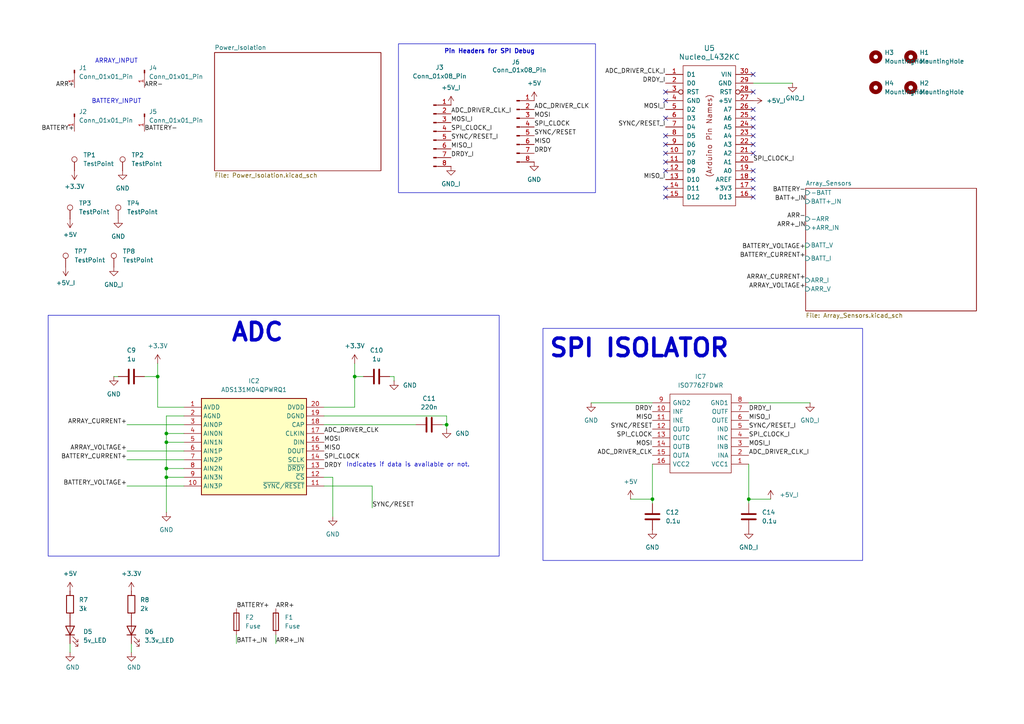
<source format=kicad_sch>
(kicad_sch (version 20231120) (generator "eeschema") (generator_version "8.0")
  (paper "A4")
  (lib_symbols
    (symbol "ADS131M04QPWRQ1:ADS131M04QPWRQ1"
      (property "Reference" "IC" (at 36.83 7.62 0))
      (property "Value" "ADS131M04QPWRQ1" (at 36.83 5.08 0))
      (symbol "ADS131M04QPWRQ1_1_1"
        (rectangle (start 5.08 2.54) (end 35.56 -25.4) (stroke (width 0.254)) (fill (type background)))
        (pin passive line (at 0 0 0) (length 5.08) (name "AVDD") (number "1"))
        (pin passive line (at 0 -22.86 0) (length 5.08) (name "AIN3P") (number "10"))
        (pin passive line (at 40.64 -22.86 180) (length 5.08) (name "~{SYNC}/~{RESET}") (number "11"))
        (pin passive line (at 40.64 -20.32 180) (length 5.08) (name "~{CS}") (number "12"))
        (pin passive line (at 40.64 -17.78 180) (length 5.08) (name "~{DRDY}") (number "13"))
        (pin passive line (at 40.64 -15.24 180) (length 5.08) (name "SCLK") (number "14"))
        (pin passive line (at 40.64 -12.7 180) (length 5.08) (name "DOUT") (number "15"))
        (pin passive line (at 40.64 -10.16 180) (length 5.08) (name "DIN") (number "16"))
        (pin passive line (at 40.64 -7.62 180) (length 5.08) (name "CLKIN") (number "17"))
        (pin passive line (at 40.64 -5.08 180) (length 5.08) (name "CAP") (number "18"))
        (pin passive line (at 40.64 -2.54 180) (length 5.08) (name "DGND") (number "19"))
        (pin passive line (at 0 -2.54 0) (length 5.08) (name "AGND") (number "2"))
        (pin passive line (at 40.64 0 180) (length 5.08) (name "DVDD") (number "20"))
        (pin passive line (at 0 -5.08 0) (length 5.08) (name "AIN0P") (number "3"))
        (pin passive line (at 0 -7.62 0) (length 5.08) (name "AIN0N") (number "4"))
        (pin passive line (at 0 -10.16 0) (length 5.08) (name "AIN1N") (number "5"))
        (pin passive line (at 0 -12.7 0) (length 5.08) (name "AIN1P") (number "6"))
        (pin passive line (at 0 -15.24 0) (length 5.08) (name "AIN2P") (number "7"))
        (pin passive line (at 0 -17.78 0) (length 5.08) (name "AIN2N") (number "8"))
        (pin passive line (at 0 -20.32 0) (length 5.08) (name "AIN3N") (number "9"))
      )
    )
    (symbol "Connector:Conn_01x01_Pin" (pin_names (offset 1.016) hide)
      (property "Reference" "J" (at 0 2.54 0))
      (property "Value" "Conn_01x01_Pin" (at 0 -2.54 0))
      (symbol "Conn_01x01_Pin_1_1"
        (polyline (pts (xy 1.27 0) (xy 0.8636 0)) (stroke (width 0.1524)))
        (rectangle (start 0.8636 0.127) (end 0 -0.127) (stroke (width 0.1524)) (fill (type outline)))
        (pin passive line (at 5.08 0 180) (length 3.81) (name "Pin_1") (number "1"))
      )
    )
    (symbol "Connector:Conn_01x08_Pin" (pin_names (offset 1.016) hide)
      (property "Reference" "J" (at 0 10.16 0))
      (property "Value" "Conn_01x08_Pin" (at 0 -12.7 0))
      (symbol "Conn_01x08_Pin_1_1"
        (polyline (pts (xy 1.27 -10.16) (xy 0.8636 -10.16)) (stroke (width 0.1524)))
        (polyline (pts (xy 1.27 -7.62) (xy 0.8636 -7.62)) (stroke (width 0.1524)))
        (polyline (pts (xy 1.27 -5.08) (xy 0.8636 -5.08)) (stroke (width 0.1524)))
        (polyline (pts (xy 1.27 -2.54) (xy 0.8636 -2.54)) (stroke (width 0.1524)))
        (polyline (pts (xy 1.27 0) (xy 0.8636 0)) (stroke (width 0.1524)))
        (polyline (pts (xy 1.27 2.54) (xy 0.8636 2.54)) (stroke (width 0.1524)))
        (polyline (pts (xy 1.27 5.08) (xy 0.8636 5.08)) (stroke (width 0.1524)))
        (polyline (pts (xy 1.27 7.62) (xy 0.8636 7.62)) (stroke (width 0.1524)))
        (rectangle (start 0.8636 -10.033) (end 0 -10.287) (stroke (width 0.1524)) (fill (type outline)))
        (rectangle (start 0.8636 -7.493) (end 0 -7.747) (stroke (width 0.1524)) (fill (type outline)))
        (rectangle (start 0.8636 -4.953) (end 0 -5.207) (stroke (width 0.1524)) (fill (type outline)))
        (rectangle (start 0.8636 -2.413) (end 0 -2.667) (stroke (width 0.1524)) (fill (type outline)))
        (rectangle (start 0.8636 0.127) (end 0 -0.127) (stroke (width 0.1524)) (fill (type outline)))
        (rectangle (start 0.8636 2.667) (end 0 2.413) (stroke (width 0.1524)) (fill (type outline)))
        (rectangle (start 0.8636 5.207) (end 0 4.953) (stroke (width 0.1524)) (fill (type outline)))
        (rectangle (start 0.8636 7.747) (end 0 7.493) (stroke (width 0.1524)) (fill (type outline)))
        (pin passive line (at 5.08 7.62 180) (length 3.81) (name "Pin_1") (number "1"))
        (pin passive line (at 5.08 5.08 180) (length 3.81) (name "Pin_2") (number "2"))
        (pin passive line (at 5.08 2.54 180) (length 3.81) (name "Pin_3") (number "3"))
        (pin passive line (at 5.08 0 180) (length 3.81) (name "Pin_4") (number "4"))
        (pin passive line (at 5.08 -2.54 180) (length 3.81) (name "Pin_5") (number "5"))
        (pin passive line (at 5.08 -5.08 180) (length 3.81) (name "Pin_6") (number "6"))
        (pin passive line (at 5.08 -7.62 180) (length 3.81) (name "Pin_7") (number "7"))
        (pin passive line (at 5.08 -10.16 180) (length 3.81) (name "Pin_8") (number "8"))
      )
    )
    (symbol "Connector:TestPoint" (pin_numbers hide) (pin_names (offset 0.762) hide)
      (property "Reference" "TP" (at 0 6.858 0))
      (property "Value" "TestPoint" (at 0 5.08 0))
      (symbol "TestPoint_0_1"
        (circle (center 0 3.302) (radius 0.762))
      )
      (symbol "TestPoint_1_1"
        (pin passive line (at 0 0 90) (length 2.54) (name "1") (number "1"))
      )
    )
    (symbol "Device:C" (pin_numbers hide) (pin_names (offset 0.254))
      (property "Reference" "C" (at 0.635 2.54 0))
      (property "Value" "C" (at 0.635 -2.54 0))
      (symbol "C_0_1"
        (polyline (pts (xy -2.032 -0.762) (xy 2.032 -0.762)) (stroke (width 0.508)))
        (polyline (pts (xy -2.032 0.762) (xy 2.032 0.762)) (stroke (width 0.508)))
      )
      (symbol "C_1_1"
        (pin passive line (at 0 3.81 270) (length 2.794) (name "~") (number "1"))
        (pin passive line (at 0 -3.81 90) (length 2.794) (name "~") (number "2"))
      )
    )
    (symbol "Device:Fuse" (pin_numbers hide) (pin_names (offset 0))
      (property "Reference" "F" (at 2.032 0 90))
      (property "Value" "Fuse" (at -1.905 0 90))
      (symbol "Fuse_0_1"
        (rectangle (start -0.762 -2.54) (end 0.762 2.54) (stroke (width 0.254)))
        (polyline (pts (xy 0 2.54) (xy 0 -2.54)))
      )
      (symbol "Fuse_1_1"
        (pin passive line (at 0 3.81 270) (length 1.27) (name "~") (number "1"))
        (pin passive line (at 0 -3.81 90) (length 1.27) (name "~") (number "2"))
      )
    )
    (symbol "Device:LED" (pin_numbers hide) (pin_names (offset 1.016) hide)
      (property "Reference" "D" (at 0 2.54 0))
      (property "Value" "LED" (at 0 -2.54 0))
      (symbol "LED_0_1"
        (polyline (pts (xy -1.27 -1.27) (xy -1.27 1.27)) (stroke (width 0.254)))
        (polyline (pts (xy -1.27 0) (xy 1.27 0)))
        (polyline (pts (xy 1.27 -1.27) (xy 1.27 1.27) (xy -1.27 0) (xy 1.27 -1.27)) (stroke (width 0.254)))
        (polyline (pts (xy -3.048 -0.762) (xy -4.572 -2.286) (xy -3.81 -2.286) (xy -4.572 -2.286) (xy -4.572 -1.524)))
        (polyline (pts (xy -1.778 -0.762) (xy -3.302 -2.286) (xy -2.54 -2.286) (xy -3.302 -2.286) (xy -3.302 -1.524)))
      )
      (symbol "LED_1_1"
        (pin passive line (at -3.81 0 0) (length 2.54) (name "K") (number "1"))
        (pin passive line (at 3.81 0 180) (length 2.54) (name "A") (number "2"))
      )
    )
    (symbol "Device:R" (pin_numbers hide) (pin_names (offset 0))
      (property "Reference" "R" (at 2.032 0 90))
      (property "Value" "R" (at 0 0 90))
      (symbol "R_0_1"
        (rectangle (start -1.016 -2.54) (end 1.016 2.54) (stroke (width 0.254)))
      )
      (symbol "R_1_1"
        (pin passive line (at 0 3.81 270) (length 1.27) (name "~") (number "1"))
        (pin passive line (at 0 -3.81 90) (length 1.27) (name "~") (number "2"))
      )
    )
    (symbol "ISO7762FDWR:ISO7762FDWR" (pin_names (offset 0.762))
      (property "Reference" "IC" (at 24.13 7.62 0))
      (property "Value" "ISO7762FDWR" (at 24.13 5.08 0))
      (symbol "ISO7762FDWR_0_0"
        (pin passive line (at 0 0 0) (length 5.08) (name "VCC1") (number "1"))
        (pin passive line (at 27.94 -15.24 180) (length 5.08) (name "INF") (number "10"))
        (pin passive line (at 27.94 -12.7 180) (length 5.08) (name "INE") (number "11"))
        (pin passive line (at 27.94 -10.16 180) (length 5.08) (name "OUTD") (number "12"))
        (pin passive line (at 27.94 -7.62 180) (length 5.08) (name "OUTC") (number "13"))
        (pin passive line (at 27.94 -5.08 180) (length 5.08) (name "OUTB") (number "14"))
        (pin passive line (at 27.94 -2.54 180) (length 5.08) (name "OUTA") (number "15"))
        (pin passive line (at 27.94 0 180) (length 5.08) (name "VCC2") (number "16"))
        (pin passive line (at 0 -2.54 0) (length 5.08) (name "INA") (number "2"))
        (pin passive line (at 0 -5.08 0) (length 5.08) (name "INB") (number "3"))
        (pin passive line (at 0 -7.62 0) (length 5.08) (name "INC") (number "4"))
        (pin passive line (at 0 -10.16 0) (length 5.08) (name "IND") (number "5"))
        (pin passive line (at 0 -12.7 0) (length 5.08) (name "OUTE") (number "6"))
        (pin passive line (at 0 -15.24 0) (length 5.08) (name "OUTF") (number "7"))
        (pin passive line (at 0 -17.78 0) (length 5.08) (name "GND1") (number "8"))
        (pin passive line (at 27.94 -17.78 180) (length 5.08) (name "GND2") (number "9"))
      )
      (symbol "ISO7762FDWR_0_1"
        (polyline (pts (xy 5.08 2.54) (xy 22.86 2.54) (xy 22.86 -20.32) (xy 5.08 -20.32) (xy 5.08 2.54)) (stroke (width 0.1524)))
      )
    )
    (symbol "Mechanical:MountingHole" (pin_names (offset 1.016)) (exclude_from_sim yes) (in_bom no)
      (property "Reference" "H" (at 0 5.08 0))
      (property "Value" "MountingHole" (at 0 3.175 0))
      (symbol "MountingHole_0_1"
        (circle (center 0 0) (radius 1.27) (stroke (width 1.27)))
      )
    )
    (symbol "power:+3.3V" (power) (pin_numbers hide) (pin_names (offset 0) hide)
      (property "Value" "+3.3V" (at 0 3.556 0))
      (symbol "+3.3V_0_1"
        (polyline (pts (xy -0.762 1.27) (xy 0 2.54)))
        (polyline (pts (xy 0 0) (xy 0 2.54)))
        (polyline (pts (xy 0 2.54) (xy 0.762 1.27)))
      )
      (symbol "+3.3V_1_1"
        (pin power_in line (at 0 0 90) (length 0) (name "~") (number "1"))
      )
    )
    (symbol "power:+5V" (power) (pin_numbers hide) (pin_names (offset 0) hide)
      (property "Value" "+5V" (at 0 3.556 0))
      (symbol "+5V_0_1"
        (polyline (pts (xy -0.762 1.27) (xy 0 2.54)))
        (polyline (pts (xy 0 0) (xy 0 2.54)))
        (polyline (pts (xy 0 2.54) (xy 0.762 1.27)))
      )
      (symbol "+5V_1_1"
        (pin power_in line (at 0 0 90) (length 0) (name "~") (number "1"))
      )
    )
    (symbol "power:GND" (power) (pin_numbers hide) (pin_names (offset 0) hide)
      (property "Value" "GND" (at 0 -3.81 0))
      (symbol "GND_0_1"
        (polyline (pts (xy 0 0) (xy 0 -1.27) (xy 1.27 -1.27) (xy 0 -2.54) (xy -1.27 -1.27) (xy 0 -1.27)))
      )
      (symbol "GND_1_1"
        (pin power_in line (at 0 0 270) (length 0) (name "~") (number "1"))
      )
    )
    (symbol "power:GND1" (power) (pin_numbers hide) (pin_names (offset 0) hide)
      (property "Value" "GND1" (at 0 -3.81 0))
      (symbol "GND1_0_1"
        (polyline (pts (xy 0 0) (xy 0 -1.27) (xy 1.27 -1.27) (xy 0 -2.54) (xy -1.27 -1.27) (xy 0 -1.27)))
      )
      (symbol "GND1_1_1"
        (pin power_in line (at 0 0 270) (length 0) (name "~") (number "1"))
      )
    )
    (symbol "utsvt-microcontrollers:Nucleo_L432KC" (pin_names (offset 1.016))
      (property "Reference" "U" (at 0 -21.59 0))
      (property "Value" "Nucleo_L432KC" (at 0 21.59 0))
      (symbol "Nucleo_L432KC_0_0"
        (rectangle (start -7.62 20.32) (end 7.62 -20.32))
      )
      (symbol "Nucleo_L432KC_0_1"
        (text "(Arduino Pin Names)" (at 0 0 900) (effects (font (size 1.524 1.524))))
      )
      (symbol "Nucleo_L432KC_0_2"
        (text "(Nucleo Pin Names)" (at 0 0 900) (effects (font (size 1.524 1.524))))
      )
      (symbol "Nucleo_L432KC_1_1"
        (pin bidirectional line (at -12.7 17.78 0) (length 5.08) (name "D1") (number "1"))
        (pin bidirectional line (at -12.7 -5.08 0) (length 5.08) (name "D7") (number "10"))
        (pin bidirectional line (at -12.7 -7.62 0) (length 5.08) (name "D8") (number "11"))
        (pin bidirectional line (at -12.7 -10.16 0) (length 5.08) (name "D9") (number "12"))
        (pin bidirectional line (at -12.7 -12.7 0) (length 5.08) (name "D10") (number "13"))
        (pin bidirectional line (at -12.7 -15.24 0) (length 5.08) (name "D11") (number "14"))
        (pin bidirectional line (at -12.7 -17.78 0) (length 5.08) (name "D12") (number "15"))
        (pin bidirectional line (at 12.7 -17.78 180) (length 5.08) (name "D13") (number "16"))
        (pin power_out line (at 12.7 -15.24 180) (length 5.08) (name "+3V3") (number "17"))
        (pin input line (at 12.7 -12.7 180) (length 5.08) (name "AREF") (number "18"))
        (pin bidirectional line (at 12.7 -10.16 180) (length 5.08) (name "A0") (number "19"))
        (pin bidirectional line (at -12.7 15.24 0) (length 5.08) (name "D0") (number "2"))
        (pin bidirectional line (at 12.7 -7.62 180) (length 5.08) (name "A1") (number "20"))
        (pin bidirectional line (at 12.7 -5.08 180) (length 5.08) (name "A2") (number "21"))
        (pin bidirectional line (at 12.7 -2.54 180) (length 5.08) (name "A3") (number "22"))
        (pin bidirectional line (at 12.7 0 180) (length 5.08) (name "A4") (number "23"))
        (pin bidirectional line (at 12.7 2.54 180) (length 5.08) (name "A5") (number "24"))
        (pin bidirectional line (at 12.7 5.08 180) (length 5.08) (name "A6") (number "25"))
        (pin bidirectional line (at 12.7 7.62 180) (length 5.08) (name "A7") (number "26"))
        (pin power_out line (at 12.7 10.16 180) (length 5.08) (name "+5V") (number "27"))
        (pin input inverted (at 12.7 12.7 180) (length 5.08) (name "RST") (number "28"))
        (pin power_in line (at 12.7 15.24 180) (length 5.08) (name "GND") (number "29"))
        (pin input inverted (at -12.7 12.7 0) (length 5.08) (name "RST") (number "3"))
        (pin power_in line (at 12.7 17.78 180) (length 5.08) (name "VIN") (number "30"))
        (pin power_in line (at -12.7 10.16 0) (length 5.08) (name "GND") (number "4"))
        (pin bidirectional line (at -12.7 7.62 0) (length 5.08) (name "D2") (number "5"))
        (pin bidirectional line (at -12.7 5.08 0) (length 5.08) (name "D3") (number "6"))
        (pin bidirectional line (at -12.7 2.54 0) (length 5.08) (name "D4") (number "7"))
        (pin bidirectional line (at -12.7 0 0) (length 5.08) (name "D5") (number "8"))
        (pin bidirectional line (at -12.7 -2.54 0) (length 5.08) (name "D6") (number "9"))
      )
      (symbol "Nucleo_L432KC_1_2"
        (pin bidirectional line (at -12.7 17.78 0) (length 5.08) (name "PA9") (number "1"))
        (pin bidirectional line (at -12.7 -5.08 0) (length 5.08) (name "PC14") (number "10"))
        (pin bidirectional line (at -12.7 -7.62 0) (length 5.08) (name "PC15") (number "11"))
        (pin bidirectional line (at -12.7 -10.16 0) (length 5.08) (name "PA8") (number "12"))
        (pin bidirectional line (at -12.7 -12.7 0) (length 5.08) (name "PA11") (number "13"))
        (pin bidirectional line (at -12.7 -15.24 0) (length 5.08) (name "PB5") (number "14"))
        (pin bidirectional line (at -12.7 -17.78 0) (length 5.08) (name "PB4") (number "15"))
        (pin bidirectional line (at 12.7 -17.78 180) (length 5.08) (name "PB3") (number "16"))
        (pin power_out line (at 12.7 -15.24 180) (length 5.08) (name "+3V3") (number "17"))
        (pin input line (at 12.7 -12.7 180) (length 5.08) (name "AREF") (number "18"))
        (pin bidirectional line (at 12.7 -10.16 180) (length 5.08) (name "PA0") (number "19"))
        (pin bidirectional line (at -12.7 15.24 0) (length 5.08) (name "PA10") (number "2"))
        (pin bidirectional line (at 12.7 -7.62 180) (length 5.08) (name "PA1") (number "20"))
        (pin bidirectional line (at 12.7 -5.08 180) (length 5.08) (name "PA3") (number "21"))
        (pin bidirectional line (at 12.7 -2.54 180) (length 5.08) (name "PA4") (number "22"))
        (pin bidirectional line (at 12.7 0 180) (length 5.08) (name "PA5") (number "23"))
        (pin bidirectional line (at 12.7 2.54 180) (length 5.08) (name "PA6") (number "24"))
        (pin bidirectional line (at 12.7 5.08 180) (length 5.08) (name "PA7") (number "25"))
        (pin bidirectional line (at 12.7 7.62 180) (length 5.08) (name "PA2") (number "26"))
        (pin power_out line (at 12.7 10.16 180) (length 5.08) (name "+5V") (number "27"))
        (pin input inverted (at 12.7 12.7 180) (length 5.08) (name "RST") (number "28"))
        (pin power_in line (at 12.7 15.24 180) (length 5.08) (name "GND") (number "29"))
        (pin input inverted (at -12.7 12.7 0) (length 5.08) (name "RST") (number "3"))
        (pin power_in line (at 12.7 17.78 180) (length 5.08) (name "VIN") (number "30"))
        (pin power_in line (at -12.7 10.16 0) (length 5.08) (name "GND") (number "4"))
        (pin bidirectional line (at -12.7 7.62 0) (length 5.08) (name "PA12") (number "5"))
        (pin bidirectional line (at -12.7 5.08 0) (length 5.08) (name "PB0") (number "6"))
        (pin bidirectional line (at -12.7 2.54 0) (length 5.08) (name "PB7") (number "7"))
        (pin bidirectional line (at -12.7 0 0) (length 5.08) (name "PB6") (number "8"))
        (pin bidirectional line (at -12.7 -2.54 0) (length 5.08) (name "PB1") (number "9"))
      )
    )
  )
  (junction (at 48.26 128.27))
  (junction (at 48.26 135.89))
  (junction (at 217.17 144.78))
  (junction (at 129.54 123.19))
  (junction (at 48.26 138.43))
  (junction (at 48.26 125.73))
  (junction (at 45.72 109.22))
  (junction (at 102.87 109.22))
  (junction (at 189.23 144.78))
  (no_connect (at 193.04 46.99))
  (no_connect (at 193.04 26.67))
  (no_connect (at 193.04 39.37))
  (no_connect (at 218.44 21.59))
  (no_connect (at 218.44 49.53))
  (no_connect (at 218.44 31.75))
  (no_connect (at 193.04 29.21))
  (no_connect (at 193.04 44.45))
  (no_connect (at 218.44 57.15))
  (no_connect (at 218.44 26.67))
  (no_connect (at 193.04 41.91))
  (no_connect (at 193.04 54.61))
  (no_connect (at 218.44 54.61))
  (no_connect (at 218.44 44.45))
  (no_connect (at 218.44 36.83))
  (no_connect (at 218.44 41.91))
  (no_connect (at 193.04 34.29))
  (no_connect (at 218.44 39.37))
  (no_connect (at 193.04 57.15))
  (no_connect (at 218.44 34.29))
  (no_connect (at 193.04 49.53))
  (no_connect (at 218.44 52.07))
  (wire (pts (xy 45.72 109.22) (xy 45.72 118.11)))
  (wire (pts (xy 96.52 138.43) (xy 96.52 149.86)))
  (wire (pts (xy 53.34 120.65) (xy 48.26 120.65)))
  (wire (pts (xy 48.26 135.89) (xy 48.26 138.43)))
  (wire (pts (xy 189.23 134.62) (xy 189.23 144.78)))
  (wire (pts (xy 189.23 144.78) (xy 182.88 144.78)))
  (wire (pts (xy 68.58 186.69) (xy 68.58 184.15)))
  (wire (pts (xy 217.17 144.78) (xy 223.52 144.78)))
  (wire (pts (xy 233.68 71.12) (xy 233.68 72.39)))
  (wire (pts (xy 48.26 128.27) (xy 53.34 128.27)))
  (wire (pts (xy 93.98 120.65) (xy 129.54 120.65)))
  (wire (pts (xy 48.26 138.43) (xy 48.26 148.59)))
  (wire (pts (xy 217.17 144.78) (xy 217.17 146.05)))
  (wire (pts (xy 189.23 144.78) (xy 189.23 146.05)))
  (wire (pts (xy 218.44 24.13) (xy 229.87 24.13)))
  (wire (pts (xy 128.27 123.19) (xy 129.54 123.19)))
  (wire (pts (xy 53.34 125.73) (xy 48.26 125.73)))
  (wire (pts (xy 217.17 134.62) (xy 217.17 144.78)))
  (wire (pts (xy 171.45 116.84) (xy 189.23 116.84)))
  (wire (pts (xy 93.98 140.97) (xy 107.95 140.97)))
  (wire (pts (xy 38.1 186.69) (xy 38.1 189.23)))
  (wire (pts (xy 20.32 186.69) (xy 20.32 189.23)))
  (wire (pts (xy 105.41 109.22) (xy 102.87 109.22)))
  (wire (pts (xy 93.98 123.19) (xy 120.65 123.19)))
  (wire (pts (xy 48.26 135.89) (xy 53.34 135.89)))
  (wire (pts (xy 107.95 140.97) (xy 107.95 147.32)))
  (wire (pts (xy 114.3 109.22) (xy 114.3 110.49)))
  (wire (pts (xy 113.03 109.22) (xy 114.3 109.22)))
  (wire (pts (xy 36.83 123.19) (xy 53.34 123.19)))
  (wire (pts (xy 93.98 138.43) (xy 96.52 138.43)))
  (wire (pts (xy 48.26 120.65) (xy 48.26 125.73)))
  (wire (pts (xy 93.98 118.11) (xy 102.87 118.11)))
  (wire (pts (xy 41.91 109.22) (xy 45.72 109.22)))
  (wire (pts (xy 48.26 138.43) (xy 53.34 138.43)))
  (wire (pts (xy 217.17 116.84) (xy 234.95 116.84)))
  (wire (pts (xy 129.54 120.65) (xy 129.54 123.19)))
  (wire (pts (xy 36.83 140.97) (xy 53.34 140.97)))
  (wire (pts (xy 33.02 109.22) (xy 34.29 109.22)))
  (wire (pts (xy 36.83 133.35) (xy 53.34 133.35)))
  (wire (pts (xy 48.26 128.27) (xy 48.26 135.89)))
  (wire (pts (xy 53.34 118.11) (xy 45.72 118.11)))
  (wire (pts (xy 48.26 125.73) (xy 48.26 128.27)))
  (wire (pts (xy 80.01 186.69) (xy 80.01 184.15)))
  (wire (pts (xy 129.54 123.19) (xy 129.54 124.46)))
  (wire (pts (xy 102.87 109.22) (xy 102.87 118.11)))
  (wire (pts (xy 36.83 130.81) (xy 53.34 130.81)))
  (wire (pts (xy 45.72 105.41) (xy 45.72 109.22)))
  (wire (pts (xy 102.87 105.41) (xy 102.87 109.22)))
  (rectangle (start 157.48 95.25) (end 250.19 162.56))
  (rectangle (start 115.57 12.7) (end 172.72 55.88))
  (rectangle (start 13.97 91.44) (end 144.78 161.29))
  (text "SPI ISOLATOR" (at 185.42 101.092 0) (effects (font (size 5.08 5.08) (thickness 1.016) (bold yes))))
  (text "Indicates if data is available or not." (at 118.364 134.874 0) (effects (font (size 1.27 1.27))))
  (text "Pin Headers for SPI Debug\n" (at 141.986 14.986 0) (effects (font (size 1.27 1.27) (thickness 0.254) (bold yes))))
  (text "ARRAY_INPUT\n" (at 33.782 17.78 0) (effects (font (size 1.27 1.27))))
  (text "ADC" (at 74.676 96.52 0) (effects (font (size 5.08 5.08) (thickness 1.016) (bold yes))))
  (text "BATTERY_INPUT\n\n" (at 33.782 30.48 0) (effects (font (size 1.27 1.27))))
  (label "ARR-" (at 41.91 25.4 0))
  (label "SYNC{slash}RESET_I" (at 130.81 40.64 0))
  (label "MOSI_I" (at 193.04 31.75 180))
  (label "SYNC{slash}RESET_I" (at 217.17 124.46 0))
  (label "ARR+_IN" (at 80.01 186.69 0))
  (label "ARR+" (at 80.01 176.53 0))
  (label "SYNC{slash}RESET" (at 189.23 124.46 180))
  (label "BATTERY+" (at 21.59 38.1 180))
  (label "ARRAY_CURRENT+" (at 36.83 123.19 180))
  (label "ADC_DRIVER_CLK_I" (at 217.17 132.08 0))
  (label "BATTERY+" (at 68.58 176.53 0))
  (label "MOSI_I" (at 130.81 35.56 0))
  (label "SPI_CLOCK_I" (at 217.17 127 0))
  (label "MOSI" (at 93.98 128.27 0))
  (label "MOSI_I" (at 217.17 129.54 0))
  (label "MISO_I" (at 217.17 121.92 0))
  (label "ADC_DRIVER_CLK_I" (at 130.81 33.02 0))
  (label "ARR+" (at 21.59 25.4 180))
  (label "SYNC{slash}RESET_I" (at 193.04 36.83 180))
  (label "SPI_CLOCK_I" (at 130.81 38.1 0))
  (label "DRDY_I" (at 193.04 24.13 180))
  (label "MISO" (at 189.23 121.92 180))
  (label "ARRAY_VOLTAGE+" (at 36.83 130.81 180))
  (label "ARR-" (at 233.68 63.5 180))
  (label "SPI_CLOCK" (at 189.23 127 180))
  (label "MOSI" (at 189.23 129.54 180))
  (label "BATTERY_CURRENT+" (at 233.68 74.93 180))
  (label "MISO_I" (at 193.04 52.07 180))
  (label "BATTERY_VOLTAGE+" (at 36.83 140.97 180))
  (label "BATTERY-" (at 41.91 38.1 0))
  (label "SPI_CLOCK_I" (at 218.44 46.99 0))
  (label "MISO" (at 154.94 41.91 0))
  (label "DRDY" (at 154.94 44.45 0))
  (label "SYNC{slash}RESET" (at 154.94 39.37 0))
  (label "BATTERY-" (at 233.68 55.88 180))
  (label "ADC_DRIVER_CLK" (at 154.94 31.75 0))
  (label "MISO_I" (at 130.81 43.18 0))
  (label "BATT+_IN" (at 68.58 186.69 0))
  (label "ADC_DRIVER_CLK" (at 93.98 125.73 0))
  (label "BATT+_IN" (at 233.68 58.42 180))
  (label "SPI_CLOCK" (at 93.98 133.35 0))
  (label "BATTERY_CURRENT+" (at 36.83 133.35 180))
  (label "SYNC{slash}RESET" (at 107.95 147.32 0))
  (label "DRDY" (at 93.98 135.89 0))
  (label "ARRAY_CURRENT+" (at 233.68 81.28 180))
  (label "ADC_DRIVER_CLK_I" (at 193.04 21.59 180))
  (label "SPI_CLOCK" (at 154.94 36.83 0))
  (label "BATTERY_VOLTAGE+" (at 233.68 72.39 180))
  (label "MOSI" (at 154.94 34.29 0))
  (label "ARR+_IN" (at 233.68 66.04 180))
  (label "MISO" (at 93.98 130.81 0))
  (label "DRDY_I" (at 130.81 45.72 0))
  (label "ARRAY_VOLTAGE+" (at 233.68 83.82 180))
  (label "DRDY" (at 189.23 119.38 180))
  (label "ADC_DRIVER_CLK" (at 189.23 132.08 180))
  (label "DRDY_I" (at 217.17 119.38 0))
  (symbol (lib_id "power:GND") (at 189.23 153.67 0) (unit 1)
    (property "Reference" "#PWR036" (effects (hide yes)))
    (property "Value" "GND" (at 189.23 158.75 0))
    (property "Description" "Power symbol creates a global label with name \"GND\" , ground" (effects (hide yes)))
  )
  (symbol (lib_id "power:GND") (at 217.17 153.67 0) (unit 1)
    (property "Reference" "#PWR039" (effects (hide yes)))
    (property "Value" "GND_I" (at 217.17 158.75 0))
    (property "Description" "Power symbol creates a global label with name \"GND\" , ground" (effects (hide yes)))
  )
  (symbol (lib_id "Device:LED") (at 38.1 182.88 90) (unit 1)
    (property "Reference" "D6" (at 41.91 183.1974 90) (effects (justify right)))
    (property "Value" "3.3v_LED" (at 41.91 185.7374 90) (effects (justify right)))
    (property "Footprint" "LED_SMD:LED_0805_2012Metric" (effects (hide yes)))
    (property "Description" "Light emitting diode" (effects (hide yes)))
  )
  (symbol (lib_id "Connector:TestPoint") (at 19.05 77.47 0) (unit 1)
    (property "Reference" "TP7" (at 21.59 72.8979 0) (effects (justify left)))
    (property "Value" "TestPoint" (at 21.59 75.4379 0) (effects (justify left)))
    (property "Footprint" "UTSVT_Special:TestPoint_HEX_3mmID" (effects (hide yes)))
    (property "Description" "test point" (effects (hide yes)))
  )
  (symbol (lib_id "power:+3.3V") (at 21.59 49.53 180) (unit 1)
    (property "Reference" "#PWR015" (effects (hide yes)))
    (property "Value" "+3.3V" (at 21.59 54.102 0))
    (property "Description" "Power symbol creates a global label with name \"+3.3V\"" (effects (hide yes)))
  )
  (symbol (lib_id "Connector:TestPoint") (at 21.59 49.53 0) (unit 1)
    (property "Reference" "TP1" (at 24.13 44.9579 0) (effects (justify left)))
    (property "Value" "TestPoint" (at 24.13 47.4979 0) (effects (justify left)))
    (property "Footprint" "UTSVT_Special:TestPoint_HEX_3mmID" (effects (hide yes)))
    (property "Description" "test point" (effects (hide yes)))
  )
  (symbol (lib_id "Device:C") (at 189.23 149.86 0) (unit 1)
    (property "Reference" "C12" (at 193.04 148.5899 0) (effects (justify left)))
    (property "Value" "0.1u" (at 193.04 151.1299 0) (effects (justify left)))
    (property "Footprint" "Capacitor_SMD:C_0805_2012Metric" (effects (hide yes)))
    (property "Description" "Unpolarized capacitor" (effects (hide yes)))
  )
  (symbol (lib_id "power:GND") (at 48.26 148.59 0) (unit 1)
    (property "Reference" "#PWR041" (effects (hide yes)))
    (property "Value" "GND" (at 48.26 153.67 0))
    (property "Description" "Power symbol creates a global label with name \"GND\" , ground" (effects (hide yes)))
  )
  (symbol (lib_id "power:GND1") (at 129.54 124.46 0) (unit 1)
    (property "Reference" "#PWR07" (effects (hide yes)))
    (property "Value" "GND" (at 132.08 125.7299 0) (effects (justify left)))
    (property "Description" "Power symbol creates a global label with name \"GND1\" , ground" (effects (hide yes)))
  )
  (symbol (lib_id "power:GND") (at 130.81 48.26 0) (unit 1)
    (property "Reference" "#PWR057" (effects (hide yes)))
    (property "Value" "GND_I" (at 130.81 53.34 0))
    (property "Description" "Power symbol creates a global label with name \"GND\" , ground" (effects (hide yes)))
  )
  (symbol (lib_id "utsvt-microcontrollers:Nucleo_L432KC") (at 205.74 39.37 0) (unit 1)
    (property "Reference" "U5" (at 205.74 13.97 0) (effects (font (size 1.524 1.524))))
    (property "Value" "Nucleo_L432KC" (at 205.74 16.51 0) (effects (font (size 1.524 1.524))))
    (property "Footprint" "UTSVT_Special:NucleoL432KC" (effects (hide yes)))
  )
  (symbol (lib_id "Connector:TestPoint") (at 20.32 63.5 0) (unit 1)
    (property "Reference" "TP3" (at 22.86 58.9279 0) (effects (justify left)))
    (property "Value" "TestPoint" (at 22.86 61.4679 0) (effects (justify left)))
    (property "Footprint" "UTSVT_Special:TestPoint_HEX_3mmID" (effects (hide yes)))
    (property "Description" "test point" (effects (hide yes)))
  )
  (symbol (lib_id "power:GND") (at 33.02 109.22 0) (mirror y) (unit 1)
    (property "Reference" "#PWR03" (effects (hide yes)))
    (property "Value" "GND" (at 33.02 114.3 0))
    (property "Description" "Power symbol creates a global label with name \"GND\" , ground" (effects (hide yes)))
  )
  (symbol (lib_id "Mechanical:MountingHole") (at 254 16.51 0) (unit 1) (exclude_from_sim yes) (in_bom no)
    (property "Reference" "H3" (at 256.54 15.2399 0) (effects (justify left)))
    (property "Value" "MountingHole" (at 256.54 17.7799 0) (effects (justify left)))
    (property "Footprint" "UTSVT_Mechanical:MountingHole_4-40_PanHead" (effects (hide yes)))
    (property "Description" "Mounting Hole without connection" (effects (hide yes)))
  )
  (symbol (lib_id "power:+3.3V") (at 20.32 63.5 180) (unit 1)
    (property "Reference" "#PWR050" (effects (hide yes)))
    (property "Value" "+5V" (at 20.32 68.072 0))
    (property "Description" "Power symbol creates a global label with name \"+3.3V\"" (effects (hide yes)))
  )
  (symbol (lib_id "Device:C") (at 109.22 109.22 90) (unit 1)
    (property "Reference" "C10" (at 109.22 101.6 90))
    (property "Value" "1u" (at 109.22 104.14 90))
    (property "Footprint" "Capacitor_SMD:C_0805_2012Metric" (effects (hide yes)))
    (property "Description" "Unpolarized capacitor" (effects (hide yes)))
  )
  (symbol (lib_id "Mechanical:MountingHole") (at 264.16 16.51 0) (unit 1) (exclude_from_sim yes) (in_bom no)
    (property "Reference" "H1" (at 266.7 15.2399 0) (effects (justify left)))
    (property "Value" "MountingHole" (at 266.7 17.7799 0) (effects (justify left)))
    (property "Footprint" "UTSVT_Mechanical:MountingHole_4-40_PanHead" (effects (hide yes)))
    (property "Description" "Mounting Hole without connection" (effects (hide yes)))
  )
  (symbol (lib_id "power:GND1") (at 114.3 110.49 0) (unit 1)
    (property "Reference" "#PWR06" (effects (hide yes)))
    (property "Value" "GND" (at 116.84 111.7599 0) (effects (justify left)))
    (property "Description" "Power symbol creates a global label with name \"GND1\" , ground" (effects (hide yes)))
  )
  (symbol (lib_id "Device:Fuse") (at 80.01 180.34 0) (unit 1)
    (property "Reference" "F1" (at 82.55 179.0699 0) (effects (justify left)))
    (property "Value" "Fuse" (at 82.55 181.6099 0) (effects (justify left)))
    (property "Footprint" "Fuse:Fuseholder_Blade_Mini_Keystone_3568" (effects (hide yes)))
    (property "Description" "Fuse" (effects (hide yes)))
  )
  (symbol (lib_id "power:+3.3V") (at 19.05 77.47 180) (unit 1)
    (property "Reference" "#PWR052" (effects (hide yes)))
    (property "Value" "+5V_I" (at 19.05 82.042 0))
    (property "Description" "Power symbol creates a global label with name \"+3.3V\"" (effects (hide yes)))
  )
  (symbol (lib_id "Device:R") (at 20.32 175.26 0) (unit 1)
    (property "Reference" "R7" (at 22.86 173.9899 0) (effects (justify left)))
    (property "Value" "3k" (at 22.86 176.5299 0) (effects (justify left)))
    (property "Footprint" "Resistor_SMD:R_1206_3216Metric_Pad1.30x1.75mm_HandSolder" (effects (hide yes)))
    (property "Description" "Resistor" (effects (hide yes)))
  )
  (symbol (lib_id "Connector:TestPoint") (at 33.02 77.47 0) (unit 1)
    (property "Reference" "TP8" (at 35.56 72.8979 0) (effects (justify left)))
    (property "Value" "TestPoint" (at 35.56 75.4379 0) (effects (justify left)))
    (property "Footprint" "UTSVT_Special:TestPoint_HEX_3mmID" (effects (hide yes)))
    (property "Description" "test point" (effects (hide yes)))
  )
  (symbol (lib_id "ISO7762FDWR:ISO7762FDWR") (at 217.17 134.62 180) (unit 1)
    (property "Reference" "IC7" (at 203.2 109.22 0))
    (property "Value" "ISO7762FDWR" (at 203.2 111.76 0))
    (property "Footprint" "ISO7762:DW0016B-IPC_A" (effects (hide yes)))
    (property "Datasheet" "https://www.ti.com/lit/ds/symlink/iso7762.pdf?ts=1635769617498&ref_url=https%253A%252F%252Fwww.ti.com%252Fproduct%252FISO7762" (effects (hide yes)))
    (property "Description" "Digital Isolators Robust EMC, six-channel, 4/2, reinforced digital isolator 16-SOIC -55 to 125" (effects (hide yes)))
    (property "Description_1" "Digital Isolators Robust EMC, six-channel, 4/2, reinforced digital isolator 16-SOIC -55 to 125" (effects (hide yes)))
    (property "Height" "2.65" (effects (hide yes)))
    (property "Mouser Part Number" "595-ISO7762FDWR" (effects (hide yes)))
    (property "Mouser Price/Stock" "https://www.mouser.co.uk/ProductDetail/Texas-Instruments/ISO7762FDWR?qs=BZBei1rCqCCP3Agu0%2FoF%252Bg%3D%3D" (effects (hide yes)))
    (property "Manufacturer_Name" "Texas Instruments" (effects (hide yes)))
    (property "Manufacturer_Part_Number" "ISO7762FDWR" (effects (hide yes)))
  )
  (symbol (lib_id "Device:C") (at 124.46 123.19 270) (unit 1)
    (property "Reference" "C11" (at 124.46 115.57 90))
    (property "Value" "220n" (at 124.46 118.11 90))
    (property "Footprint" "Capacitor_SMD:C_0805_2012Metric" (effects (hide yes)))
    (property "Description" "Unpolarized capacitor" (effects (hide yes)))
  )
  (symbol (lib_id "Device:C") (at 38.1 109.22 270) (mirror x) (unit 1)
    (property "Reference" "C9" (at 38.1 101.6 90))
    (property "Value" "1u" (at 38.1 104.14 90))
    (property "Footprint" "Capacitor_SMD:C_0805_2012Metric" (effects (hide yes)))
    (property "Description" "Unpolarized capacitor" (effects (hide yes)))
  )
  (symbol (lib_id "power:+5V") (at 223.52 144.78 0) (unit 1)
    (property "Reference" "#PWR040" (effects (hide yes)))
    (property "Value" "+5V_I" (at 226.06 143.5099 0) (effects (justify left)))
    (property "Description" "Power symbol creates a global label with name \"+5V\"" (effects (hide yes)))
  )
  (symbol (lib_id "Connector:Conn_01x01_Pin") (at 41.91 20.32 270) (unit 1)
    (property "Reference" "J4" (at 43.18 19.6849 90) (effects (justify left)))
    (property "Value" "Conn_01x01_Pin" (at 43.18 22.2249 90) (effects (justify left)))
    (property "Footprint" "UTSVT_Connectors:Banana_Jack_1_Pin_4mm" (effects (hide yes)))
    (property "Description" "Generic connector, single row, 01x01, script generated" (effects (hide yes)))
  )
  (symbol (lib_id "power:+5V") (at 218.44 29.21 270) (unit 1)
    (property "Reference" "#PWR011" (effects (hide yes)))
    (property "Value" "+5V_I" (at 222.25 29.2099 90) (effects (justify left)))
    (property "Description" "Power symbol creates a global label with name \"+5V\"" (effects (hide yes)))
  )
  (symbol (lib_id "Mechanical:MountingHole") (at 254 25.4 0) (unit 1) (exclude_from_sim yes) (in_bom no)
    (property "Reference" "H4" (at 256.54 24.1299 0) (effects (justify left)))
    (property "Value" "MountingHole" (at 256.54 26.6699 0) (effects (justify left)))
    (property "Footprint" "UTSVT_Mechanical:MountingHole_4-40_PanHead" (effects (hide yes)))
    (property "Description" "Mounting Hole without connection" (effects (hide yes)))
  )
  (symbol (lib_id "power:+5V") (at 130.81 30.48 0) (unit 1)
    (property "Reference" "#PWR056" (effects (hide yes)))
    (property "Value" "+5V_I" (at 130.81 25.4 0))
    (property "Description" "Power symbol creates a global label with name \"+5V\"" (effects (hide yes)))
  )
  (symbol (lib_id "Device:R") (at 38.1 175.26 0) (unit 1)
    (property "Reference" "R8" (at 40.64 173.9899 0) (effects (justify left)))
    (property "Value" "2k" (at 40.64 176.5299 0) (effects (justify left)))
    (property "Footprint" "Resistor_SMD:R_1206_3216Metric_Pad1.30x1.75mm_HandSolder" (effects (hide yes)))
    (property "Description" "Resistor" (effects (hide yes)))
  )
  (symbol (lib_id "Device:Fuse") (at 68.58 180.34 0) (unit 1)
    (property "Reference" "F2" (at 71.12 179.0699 0) (effects (justify left)))
    (property "Value" "Fuse" (at 71.12 181.6099 0) (effects (justify left)))
    (property "Footprint" "Fuse:Fuseholder_Blade_Mini_Keystone_3568" (effects (hide yes)))
    (property "Description" "Fuse" (effects (hide yes)))
  )
  (symbol (lib_id "power:+5V") (at 154.94 29.21 0) (unit 1)
    (property "Reference" "#PWR055" (effects (hide yes)))
    (property "Value" "+5V" (at 154.94 24.13 0))
    (property "Description" "Power symbol creates a global label with name \"+5V\"" (effects (hide yes)))
  )
  (symbol (lib_id "power:GND") (at 33.02 77.47 0) (unit 1)
    (property "Reference" "#PWR053" (effects (hide yes)))
    (property "Value" "GND_I" (at 33.02 82.55 0))
    (property "Description" "Power symbol creates a global label with name \"GND\" , ground" (effects (hide yes)))
  )
  (symbol (lib_id "Connector:TestPoint") (at 35.56 49.53 0) (unit 1)
    (property "Reference" "TP2" (at 38.1 44.9579 0) (effects (justify left)))
    (property "Value" "TestPoint" (at 38.1 47.4979 0) (effects (justify left)))
    (property "Footprint" "UTSVT_Special:TestPoint_HEX_3mmID" (effects (hide yes)))
    (property "Description" "test point" (effects (hide yes)))
  )
  (symbol (lib_id "power:GND") (at 154.94 46.99 0) (unit 1)
    (property "Reference" "#PWR054" (effects (hide yes)))
    (property "Value" "GND" (at 154.94 52.07 0))
    (property "Description" "Power symbol creates a global label with name \"GND\" , ground" (effects (hide yes)))
  )
  (symbol (lib_id "Connector:TestPoint") (at 34.29 63.5 0) (unit 1)
    (property "Reference" "TP4" (at 36.83 58.9279 0) (effects (justify left)))
    (property "Value" "TestPoint" (at 36.83 61.4679 0) (effects (justify left)))
    (property "Footprint" "UTSVT_Special:TestPoint_HEX_3mmID" (effects (hide yes)))
    (property "Description" "test point" (effects (hide yes)))
  )
  (symbol (lib_id "Connector:Conn_01x01_Pin") (at 21.59 20.32 270) (unit 1)
    (property "Reference" "J1" (at 22.86 19.6849 90) (effects (justify left)))
    (property "Value" "Conn_01x01_Pin" (at 22.86 22.2249 90) (effects (justify left)))
    (property "Footprint" "UTSVT_Connectors:Banana_Jack_1_Pin_4mm" (effects (hide yes)))
    (property "Description" "Generic connector, single row, 01x01, script generated" (effects (hide yes)))
  )
  (symbol (lib_id "power:+5V") (at 20.32 171.45 0) (unit 1)
    (property "Reference" "#PWR014" (effects (hide yes)))
    (property "Value" "+5V" (at 20.32 166.37 0))
    (property "Description" "Power symbol creates a global label with name \"+5V\"" (effects (hide yes)))
  )
  (symbol (lib_id "Device:C") (at 217.17 149.86 0) (unit 1)
    (property "Reference" "C14" (at 220.98 148.5899 0) (effects (justify left)))
    (property "Value" "0.1u" (at 220.98 151.1299 0) (effects (justify left)))
    (property "Footprint" "Capacitor_SMD:C_0805_2012Metric" (effects (hide yes)))
    (property "Description" "Unpolarized capacitor" (effects (hide yes)))
  )
  (symbol (lib_id "power:GND1") (at 20.32 189.23 0) (unit 1)
    (property "Reference" "#PWR013" (effects (hide yes)))
    (property "Value" "GND" (at 21.082 193.548 0))
    (property "Description" "Power symbol creates a global label with name \"GND1\" , ground" (effects (hide yes)))
  )
  (symbol (lib_id "power:+5V") (at 182.88 144.78 0) (unit 1)
    (property "Reference" "#PWR035" (effects (hide yes)))
    (property "Value" "+5V" (at 182.88 139.7 0))
    (property "Description" "Power symbol creates a global label with name \"+5V\"" (effects (hide yes)))
  )
  (symbol (lib_id "power:+5V") (at 38.1 171.45 0) (unit 1)
    (property "Reference" "#PWR08" (effects (hide yes)))
    (property "Value" "+3.3V" (at 38.1 166.37 0))
    (property "Description" "Power symbol creates a global label with name \"+5V\"" (effects (hide yes)))
  )
  (symbol (lib_id "power:GND1") (at 96.52 149.86 0) (unit 1)
    (property "Reference" "#PWR04" (effects (hide yes)))
    (property "Value" "GND" (at 96.52 154.94 0))
    (property "Description" "Power symbol creates a global label with name \"GND1\" , ground" (effects (hide yes)))
  )
  (symbol (lib_id "power:GND") (at 171.45 116.84 0) (unit 1)
    (property "Reference" "#PWR016" (effects (hide yes)))
    (property "Value" "GND" (at 171.45 121.92 0))
    (property "Description" "Power symbol creates a global label with name \"GND\" , ground" (effects (hide yes)))
  )
  (symbol (lib_id "ADS131M04QPWRQ1:ADS131M04QPWRQ1") (at 53.34 118.11 0) (unit 1)
    (property "Reference" "IC2" (at 73.66 110.49 0))
    (property "Value" "ADS131M04QPWRQ1" (at 73.66 113.03 0))
    (property "Footprint" "ADS131M04-Q1:TSSOP20_PW_TEX" (effects (hide yes)))
    (property "Datasheet" "https://www.ti.com/lit/ds/symlink/ads131m04-q1.pdf?HQS=dis-mous-null-mousermode-dsf-pf-null-wwe&ts=1674029679446&ref_url=https%253A%252F%252Fwww.mouser.de%252F" (effects (hide yes)))
    (property "Description" "Analog to Digital Converters - ADC Automotive, four-channel, 24-bit, 64-kSPS, simultaneous-sampling, delta-sigma ADC" (effects (hide yes)))
    (property "Height" "1.2" (effects (hide yes)))
    (property "Mouser Part Number" "595-ADS131M04QPWRQ1" (effects (hide yes)))
    (property "Mouser Price/Stock" "https://www.mouser.co.uk/ProductDetail/Texas-Instruments/ADS131M04QPWRQ1?qs=By6Nw2ByBD32%2FifDd%2FC%252BLA%3D%3D" (effects (hide yes)))
    (property "Manufacturer_Name" "Texas Instruments" (effects (hide yes)))
    (property "Manufacturer_Part_Number" "ADS131M04QPWRQ1" (effects (hide yes)))
  )
  (symbol (lib_id "Connector:Conn_01x08_Pin") (at 149.86 36.83 0) (unit 1)
    (property "Reference" "J6" (at 149.606 18.034 0))
    (property "Value" "Conn_01x08_Pin" (at 150.622 20.32 0))
    (property "Footprint" "Connector_PinHeader_2.54mm:PinHeader_1x08_P2.54mm_Vertical" (effects (hide yes)))
    (property "Description" "Generic connector, single row, 01x08, script generated" (effects (hide yes)))
  )
  (symbol (lib_id "power:+3.3V") (at 45.72 105.41 0) (unit 1)
    (property "Reference" "#PWR02" (effects (hide yes)))
    (property "Value" "+3.3V" (at 45.72 100.33 0))
    (property "Description" "Power symbol creates a global label with name \"+3.3V\"" (effects (hide yes)))
  )
  (symbol (lib_id "power:GND") (at 234.95 116.84 0) (unit 1)
    (property "Reference" "#PWR037" (effects (hide yes)))
    (property "Value" "GND_I" (at 234.95 121.92 0))
    (property "Description" "Power symbol creates a global label with name \"GND\" , ground" (effects (hide yes)))
  )
  (symbol (lib_id "Mechanical:MountingHole") (at 264.16 25.4 0) (unit 1) (exclude_from_sim yes) (in_bom no)
    (property "Reference" "H2" (at 266.7 24.1299 0) (effects (justify left)))
    (property "Value" "MountingHole" (at 266.7 26.6699 0) (effects (justify left)))
    (property "Footprint" "UTSVT_Mechanical:MountingHole_4-40_PanHead" (effects (hide yes)))
    (property "Description" "Mounting Hole without connection" (effects (hide yes)))
  )
  (symbol (lib_id "power:GND") (at 35.56 49.53 0) (mirror y) (unit 1)
    (property "Reference" "#PWR042" (effects (hide yes)))
    (property "Value" "GND" (at 35.56 54.61 0))
    (property "Description" "Power symbol creates a global label with name \"GND\" , ground" (effects (hide yes)))
  )
  (symbol (lib_id "Device:LED") (at 20.32 182.88 90) (unit 1)
    (property "Reference" "D5" (at 24.13 183.1974 90) (effects (justify right)))
    (property "Value" "5v_LED" (at 24.13 185.7374 90) (effects (justify right)))
    (property "Footprint" "LED_SMD:LED_0805_2012Metric" (effects (hide yes)))
    (property "Description" "Light emitting diode" (effects (hide yes)))
  )
  (symbol (lib_id "power:GND1") (at 229.87 24.13 0) (unit 1)
    (property "Reference" "#PWR017" (effects (hide yes)))
    (property "Value" "GND_I" (at 230.632 28.448 0))
    (property "Description" "Power symbol creates a global label with name \"GND1\" , ground" (effects (hide yes)))
  )
  (symbol (lib_id "power:GND1") (at 38.1 189.23 0) (unit 1)
    (property "Reference" "#PWR010" (effects (hide yes)))
    (property "Value" "GND" (at 38.862 193.548 0))
    (property "Description" "Power symbol creates a global label with name \"GND1\" , ground" (effects (hide yes)))
  )
  (symbol (lib_id "power:+3.3V") (at 102.87 105.41 0) (unit 1)
    (property "Reference" "#PWR05" (effects (hide yes)))
    (property "Value" "+3.3V" (at 102.87 100.33 0))
    (property "Description" "Power symbol creates a global label with name \"+3.3V\"" (effects (hide yes)))
  )
  (symbol (lib_id "Connector:Conn_01x08_Pin") (at 125.73 38.1 0) (unit 1)
    (property "Reference" "J3" (at 127.508 19.558 0))
    (property "Value" "Conn_01x08_Pin" (at 127.508 22.098 0))
    (property "Footprint" "Connector_PinHeader_2.54mm:PinHeader_1x08_P2.54mm_Vertical" (effects (hide yes)))
    (property "Description" "Generic connector, single row, 01x08, script generated" (effects (hide yes)))
  )
  (symbol (lib_id "Connector:Conn_01x01_Pin") (at 41.91 33.02 270) (unit 1)
    (property "Reference" "J5" (at 43.18 32.3849 90) (effects (justify left)))
    (property "Value" "Conn_01x01_Pin" (at 43.18 34.9249 90) (effects (justify left)))
    (property "Footprint" "UTSVT_Connectors:Banana_Jack_1_Pin_4mm" (effects (hide yes)))
    (property "Description" "Generic connector, single row, 01x01, script generated" (effects (hide yes)))
  )
  (symbol (lib_id "power:GND") (at 34.29 63.5 0) (mirror y) (unit 1)
    (property "Reference" "#PWR051" (effects (hide yes)))
    (property "Value" "GND" (at 34.29 68.58 0))
    (property "Description" "Power symbol creates a global label with name \"GND\" , ground" (effects (hide yes)))
  )
  (symbol (lib_id "Connector:Conn_01x01_Pin") (at 21.59 33.02 270) (unit 1)
    (property "Reference" "J2" (at 22.86 32.3849 90) (effects (justify left)))
    (property "Value" "Conn_01x01_Pin" (at 22.86 34.9249 90) (effects (justify left)))
    (property "Footprint" "UTSVT_Connectors:Banana_Jack_1_Pin_4mm" (effects (hide yes)))
    (property "Description" "Generic connector, single row, 01x01, script generated" (effects (hide yes)))
  )
  (sheet (at 233.68 54.61) (size 49.53 35.56) (stroke (width 0.1524))
    (property "Sheetname" "Array_Sensors" (at 233.68 53.8984 0) (effects (justify left bottom)))
    (property "Sheetfile" "Array_Sensors.kicad_sch" (at 233.68 90.7546 0) (effects (justify left top)))
    (pin "-BATT" input (at 233.68 55.88 180))
    (pin "-ARR" input (at 233.68 63.5 180))
    (pin "BATT_I" input (at 233.68 74.93 180))
    (pin "ARR_V" input (at 233.68 83.82 180))
    (pin "+ARR_IN" input (at 233.68 66.04 180))
    (pin "ARR_I" input (at 233.68 81.28 180))
    (pin "BATT_V" input (at 233.68 71.12 180))
    (pin "BATT+_IN" input (at 233.68 58.42 180))
  )
  (sheet (at 62.23 15.24) (size 48.26 34.29) (stroke (width 0.1524))
    (property "Sheetname" "Power_Isolation" (at 62.23 14.5284 0) (effects (justify left bottom)))
    (property "Sheetfile" "Power_Isolation.kicad_sch" (at 62.23 50.1146 0) (effects (justify left top)))
  )
)
</source>
